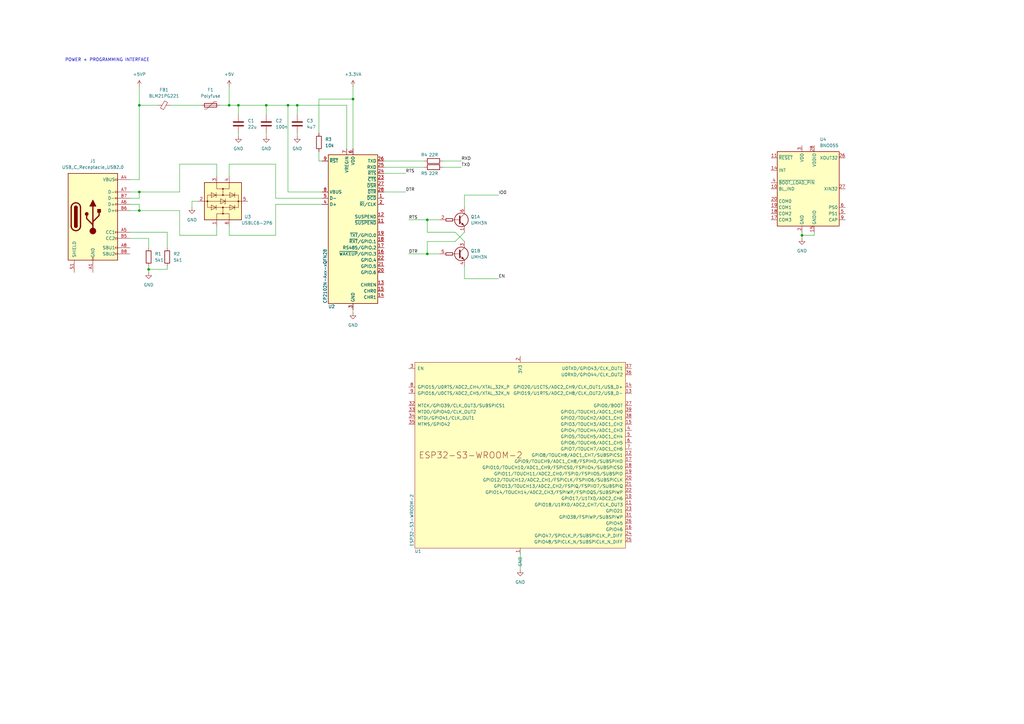
<source format=kicad_sch>
(kicad_sch (version 20230121) (generator eeschema)
  (paper "A3")
  (title_block (title "Balancing_Robot") (date "2024-02-02") (rev "1.0") (company "Technische Hochschule Mittelhessen"))
  (lib_symbols
    (symbol "Connector:USB_C_Receptacle_USB2.0" (pin_names (offset 1.016))
      (property "Reference" "J1" (at 0 22.86 0))
      (property "Value" "USB_C_Receptacle_USB2.0" (at 0 20.32 0))
      (symbol "USB_C_Receptacle_USB2.0_0_0"
        (rectangle (start -0.254 -17.78) (end 0.254 -16.764))
        (rectangle (start 10.16 -14.986) (end 9.144 -15.494))
        (rectangle (start 10.16 -12.446) (end 9.144 -12.954))
        (rectangle (start 10.16 -8.636) (end 9.144 -9.144))
        (rectangle (start 10.16 -6.096) (end 9.144 -6.604))
        (rectangle (start 10.16 2.794) (end 9.144 2.286))
        (rectangle (start 10.16 5.334) (end 9.144 4.826))
        (rectangle (start 10.16 7.874) (end 9.144 7.366))
        (rectangle (start 10.16 10.414) (end 9.144 9.906))
        (rectangle (start 10.16 15.494) (end 9.144 14.986))
      )
      (symbol "USB_C_Receptacle_USB2.0_0_1"
        (rectangle (start -10.16 17.78) (end 10.16 -17.78) (stroke (width 0.254)) (fill (type background)))
        (arc (start -8.89 -3.81) (mid -6.985 -5.7067) (end -5.08 -3.81) (stroke (width 0.508)))
        (arc (start -7.62 -3.81) (mid -6.985 -4.4423) (end -6.35 -3.81) (stroke (width 0.254)))
        (arc (start -7.62 -3.81) (mid -6.985 -4.4423) (end -6.35 -3.81) (stroke (width 0.254)) (fill (type outline)))
        (rectangle (start -7.62 -3.81) (end -6.35 3.81) (stroke (width 0.254)) (fill (type outline)))
        (arc (start -6.35 3.81) (mid -6.985 4.4423) (end -7.62 3.81) (stroke (width 0.254)))
        (arc (start -6.35 3.81) (mid -6.985 4.4423) (end -7.62 3.81) (stroke (width 0.254)) (fill (type outline)))
        (arc (start -5.08 3.81) (mid -6.985 5.7067) (end -8.89 3.81) (stroke (width 0.508)))
        (circle (center -2.54 1.143) (radius 0.635) (stroke (width 0.254)) (fill (type outline)))
        (circle (center 0 -5.842) (radius 1.27) (fill (type outline)))
        (polyline (pts (xy -8.89 -3.81) (xy -8.89 3.81)) (stroke (width 0.508)))
        (polyline (pts (xy -5.08 3.81) (xy -5.08 -3.81)) (stroke (width 0.508)))
        (polyline (pts (xy 0 -5.842) (xy 0 4.318)) (stroke (width 0.508)))
        (polyline (pts (xy 0 -3.302) (xy -2.54 -0.762) (xy -2.54 0.508)) (stroke (width 0.508)))
        (polyline (pts (xy 0 -2.032) (xy 2.54 0.508) (xy 2.54 1.778)) (stroke (width 0.508)))
        (polyline (pts (xy -1.27 4.318) (xy 0 6.858) (xy 1.27 4.318) (xy -1.27 4.318)) (stroke (width 0.254)) (fill (type outline)))
        (rectangle (start 1.905 1.778) (end 3.175 3.048) (stroke (width 0.254)) (fill (type outline)))
      )
      (symbol "USB_C_Receptacle_USB2.0_1_1"
        (pin passive line (at 0 -22.86 90) (length 5.08) (name "GND") (number "A1"))
        (pin passive line (at 0 -22.86 90) (length 5.08) hide (name "GND") (number "A12"))
        (pin passive line (at 15.24 15.24 180) (length 5.08) (name "VBUS") (number "A4"))
        (pin bidirectional line (at 15.24 -6.35 180) (length 5.08) (name "CC1") (number "A5"))
        (pin bidirectional line (at 15.24 5.08 180) (length 5.08) (name "D+") (number "A6"))
        (pin bidirectional line (at 15.24 10.16 180) (length 5.08) (name "D-") (number "A7"))
        (pin bidirectional line (at 15.24 -12.7 180) (length 5.08) (name "SBU1") (number "A8"))
        (pin passive line (at 15.24 15.24 180) (length 5.08) hide (name "VBUS") (number "A9"))
        (pin passive line (at 0 -22.86 90) (length 5.08) hide (name "GND") (number "B1"))
        (pin passive line (at 0 -22.86 90) (length 5.08) hide (name "GND") (number "B12"))
        (pin passive line (at 15.24 15.24 180) (length 5.08) hide (name "VBUS") (number "B4"))
        (pin bidirectional line (at 15.24 -8.89 180) (length 5.08) (name "CC2") (number "B5"))
        (pin bidirectional line (at 15.24 2.54 180) (length 5.08) (name "D+") (number "B6"))
        (pin bidirectional line (at 15.24 7.62 180) (length 5.08) (name "D-") (number "B7"))
        (pin bidirectional line (at 15.24 -15.24 180) (length 5.08) (name "SBU2") (number "B8"))
        (pin passive line (at 15.24 15.24 180) (length 5.08) hide (name "VBUS") (number "B9"))
        (pin passive line (at -7.62 -22.86 90) (length 5.08) (name "SHIELD") (number "S1"))
      )
    )
    (symbol "Device:C" (pin_numbers hide) (pin_names (offset 0.254))
      (property "Reference" "C" (at 0.635 2.54 0))
      (property "Value" "C" (at 0.635 -2.54 0))
      (symbol "C_0_1"
        (polyline (pts (xy -2.032 -0.762) (xy 2.032 -0.762)) (stroke (width 0.508)))
        (polyline (pts (xy -2.032 0.762) (xy 2.032 0.762)) (stroke (width 0.508)))
      )
      (symbol "C_1_1"
        (pin passive line (at 0 3.81 270) (length 2.794) (name "~") (number "1"))
        (pin passive line (at 0 -3.81 90) (length 2.794) (name "~") (number "2"))
      )
    )
    (symbol "Device:FerriteBead_Small" (pin_numbers hide) (pin_names (offset 0))
      (property "Reference" "FB" (at 1.905 1.27 0))
      (property "Value" "FerriteBead_Small" (at 1.905 -1.27 0))
      (symbol "FerriteBead_Small_0_1"
        (polyline (pts (xy 0 -1.27) (xy 0 -0.7874)))
        (polyline (pts (xy 0 0.889) (xy 0 1.2954)))
        (polyline (pts (xy -1.8288 0.2794) (xy -1.1176 1.4986) (xy 1.8288 -0.2032) (xy 1.1176 -1.4224) (xy -1.8288 0.2794)))
      )
      (symbol "FerriteBead_Small_1_1"
        (pin passive line (at 0 2.54 270) (length 1.27) (name "~") (number "1"))
        (pin passive line (at 0 -2.54 90) (length 1.27) (name "~") (number "2"))
      )
    )
    (symbol "Device:Polyfuse" (pin_numbers hide) (pin_names (offset 0))
      (property "Reference" "F" (at -2.54 0 90))
      (property "Value" "Polyfuse" (at 2.54 0 90))
      (symbol "Polyfuse_0_1"
        (rectangle (start -0.762 2.54) (end 0.762 -2.54) (stroke (width 0.254)))
        (polyline (pts (xy 0 2.54) (xy 0 -2.54)))
        (polyline (pts (xy -1.524 2.54) (xy -1.524 1.524) (xy 1.524 -1.524) (xy 1.524 -2.54)))
      )
      (symbol "Polyfuse_1_1"
        (pin passive line (at 0 3.81 270) (length 1.27) (name "~") (number "1"))
        (pin passive line (at 0 -3.81 90) (length 1.27) (name "~") (number "2"))
      )
    )
    (symbol "Device:R" (pin_numbers hide) (pin_names (offset 0))
      (property "Reference" "R" (at 2.032 0 90))
      (property "Value" "R" (at 0 0 90))
      (symbol "R_0_1"
        (rectangle (start -1.016 -2.54) (end 1.016 2.54) (stroke (width 0.254)))
      )
      (symbol "R_1_1"
        (pin passive line (at 0 3.81 270) (length 1.27) (name "~") (number "1"))
        (pin passive line (at 0 -3.81 90) (length 1.27) (name "~") (number "2"))
      )
    )
    (symbol "Interface_USB:CP2102N-Axx-xQFN28"
      (property "Reference" "U" (at -8.89 31.75 0))
      (property "Value" "CP2102N-Axx-xQFN28" (at 12.7 31.75 0))
      (symbol "CP2102N-Axx-xQFN28_0_1"
        (rectangle (start -10.16 30.48) (end 10.16 -30.48) (stroke (width 0.254)) (fill (type background)))
      )
      (symbol "CP2102N-Axx-xQFN28_1_1"
        (pin input line (at 12.7 12.7 180) (length 2.54) (name "~{DCD}") (number "1"))
        (pin no_connect line (at -10.16 -27.94 0) (length 2.54) hide (name "NC") (number "10"))
        (pin output line (at 12.7 2.54 180) (length 2.54) (name "~{SUSPEND}") (number "11"))
        (pin output line (at 12.7 5.08 180) (length 2.54) (name "SUSPEND") (number "12"))
        (pin output line (at 12.7 -22.86 180) (length 2.54) (name "CHREN") (number "13"))
        (pin output line (at 12.7 -27.94 180) (length 2.54) (name "CHR1") (number "14"))
        (pin output line (at 12.7 -25.4 180) (length 2.54) (name "CHR0") (number "15"))
        (pin bidirectional line (at 12.7 -10.16 180) (length 2.54) (name "~{WAKEUP}/GPIO.3") (number "16"))
        (pin bidirectional line (at 12.7 -7.62 180) (length 2.54) (name "RS485/GPIO.2") (number "17"))
        (pin bidirectional line (at 12.7 -5.08 180) (length 2.54) (name "~{RXT}/GPIO.1") (number "18"))
        (pin bidirectional line (at 12.7 -2.54 180) (length 2.54) (name "~{TXT}/GPIO.0") (number "19"))
        (pin bidirectional line (at 12.7 10.16 180) (length 2.54) (name "~{RI}/CLK") (number "2"))
        (pin bidirectional line (at 12.7 -17.78 180) (length 2.54) (name "GPIO.6") (number "20"))
        (pin bidirectional line (at 12.7 -15.24 180) (length 2.54) (name "GPIO.5") (number "21"))
        (pin bidirectional line (at 12.7 -12.7 180) (length 2.54) (name "GPIO.4") (number "22"))
        (pin input line (at 12.7 20.32 180) (length 2.54) (name "~{CTS}") (number "23"))
        (pin output line (at 12.7 22.86 180) (length 2.54) (name "~{RTS}") (number "24"))
        (pin input line (at 12.7 25.4 180) (length 2.54) (name "RXD") (number "25"))
        (pin output line (at 12.7 27.94 180) (length 2.54) (name "TXD") (number "26"))
        (pin input line (at 12.7 17.78 180) (length 2.54) (name "~{DSR}") (number "27"))
        (pin output line (at 12.7 15.24 180) (length 2.54) (name "~{DTR}") (number "28"))
        (pin passive line (at 0 -33.02 90) (length 2.54) hide (name "GND") (number "29"))
        (pin power_in line (at 0 -33.02 90) (length 2.54) (name "GND") (number "3"))
        (pin bidirectional line (at -12.7 10.16 0) (length 2.54) (name "D+") (number "4"))
        (pin bidirectional line (at -12.7 12.7 0) (length 2.54) (name "D-") (number "5"))
        (pin power_in line (at 0 33.02 270) (length 2.54) (name "VDD") (number "6"))
        (pin power_in line (at -2.54 33.02 270) (length 2.54) (name "VREGIN") (number "7"))
        (pin input line (at -12.7 15.24 0) (length 2.54) (name "VBUS") (number "8"))
        (pin input line (at -12.7 27.94 0) (length 2.54) (name "~{RST}") (number "9"))
      )
    )
    (symbol "PCM_Espressif:ESP32-S3-WROOM-2" (pin_names (offset 1.016))
      (property "Reference" "U" (at -43.18 43.18 0))
      (property "Value" "ESP32-S3-WROOM-2" (at -43.18 40.64 0))
      (symbol "ESP32-S3-WROOM-2_0_0"
        (text "ESP32-S3-WROOM-2" (at -20.32 0 0) (effects (font (size 2.54 2.54))))
        (pin power_in line (at 0 -38.1 270) (length 2.54) (name "GND") (number "1"))
        (pin bidirectional line (at 45.72 -17.78 180) (length 2.54) (name "GPIO17/U1TXD/ADC2_CH6") (number "10"))
        (pin bidirectional line (at 45.72 -20.32 180) (length 2.54) (name "GPIO18/U1RXD/ADC2_CH7/CLK_OUT3") (number "11"))
        (pin bidirectional line (at 45.72 0 180) (length 2.54) (name "GPIO8/TOUCH8/ADC1_CH7/SUBSPICS1") (number "12"))
        (pin bidirectional line (at 45.72 25.4 180) (length 2.54) (name "GPIO19/U1RTS/ADC2_CH8/CLK_OUT2/USB_D-") (number "13"))
        (pin bidirectional line (at 45.72 27.94 180) (length 2.54) (name "GPIO20/U1CTS/ADC2_CH9/CLK_OUT1/USB_D+") (number "14"))
        (pin bidirectional line (at 45.72 12.7 180) (length 2.54) (name "GPIO3/TOUCH3/ADC1_CH2") (number "15"))
        (pin bidirectional line (at 45.72 -30.48 180) (length 2.54) (name "GPIO46") (number "16"))
        (pin bidirectional line (at 45.72 -2.54 180) (length 2.54) (name "GPIO9/TOUCH9/ADC1_CH8/FSPIHD/SUBSPIHD") (number "17"))
        (pin bidirectional line (at 45.72 -5.08 180) (length 2.54) (name "GPIO10/TOUCH10/ADC1_CH9/FSPICS0/FSPIIO4/SUBSPICS0") (number "18"))
        (pin bidirectional line (at 45.72 -7.62 180) (length 2.54) (name "GPIO11/TOUCH11/ADC2_CH0/FSPID/FSPIIO5/SUBSPID") (number "19"))
        (pin power_in line (at 0 40.64 270) (length 2.54) (name "3V3") (number "2"))
        (pin bidirectional line (at 45.72 -10.16 180) (length 2.54) (name "GPIO12/TOUCH12/ADC2_CH1/FSPICLK/FSPIIO6/SUBSPICLK") (number "20"))
        (pin bidirectional line (at 45.72 -12.7 180) (length 2.54) (name "GPIO13/TOUCH13/ADC2_CH2/FSPIQ/FSPIIO7/SUBSPIQ") (number "21"))
        (pin bidirectional line (at 45.72 -15.24 180) (length 2.54) (name "GPIO14/TOUCH14/ADC2_CH3/FSPIWP/FSPIDQS/SUBSPIWP") (number "22"))
        (pin bidirectional line (at 45.72 -22.86 180) (length 2.54) (name "GPIO21") (number "23"))
        (pin bidirectional line (at 45.72 -33.02 180) (length 2.54) (name "GPIO47/SPICLK_P/SUBSPICLK_P_DIFF") (number "24"))
        (pin bidirectional line (at 45.72 -35.56 180) (length 2.54) (name "GPIO48/SPICLK_N/SUBSPICLK_N_DIFF") (number "25"))
        (pin bidirectional line (at 45.72 -27.94 180) (length 2.54) (name "GPIO45") (number "26"))
        (pin bidirectional line (at 45.72 20.32 180) (length 2.54) (name "GPIO0/BOOT") (number "27"))
        (pin no_connect line (at -43.18 -35.56 0) (length 2.54) hide (name "NC") (number "28"))
        (pin no_connect line (at -43.18 -33.02 0) (length 2.54) hide (name "NC") (number "29"))
        (pin input line (at -45.72 35.56 0) (length 2.54) (name "EN") (number "3"))
        (pin no_connect line (at -43.18 -30.48 0) (length 2.54) hide (name "NC") (number "30"))
        (pin bidirectional line (at 45.72 -25.4 180) (length 2.54) (name "GPIO38/FSPIWP/SUBSPIWP") (number "31"))
        (pin bidirectional line (at -45.72 20.32 0) (length 2.54) (name "MTCK/GPIO39/CLK_OUT3/SUBSPICS1") (number "32"))
        (pin bidirectional line (at -45.72 17.78 0) (length 2.54) (name "MTDO/GPIO40/CLK_OUT2") (number "33"))
        (pin bidirectional line (at -45.72 15.24 0) (length 2.54) (name "MTDI/GPIO41/CLK_OUT1") (number "34"))
        (pin bidirectional line (at -45.72 12.7 0) (length 2.54) (name "MTMS/GPIO42") (number "35"))
        (pin bidirectional line (at 45.72 33.02 180) (length 2.54) (name "U0RXD/GPIO44/CLK_OUT2") (number "36"))
        (pin bidirectional line (at 45.72 35.56 180) (length 2.54) (name "U0TXD/GPIO43/CLK_OUT1") (number "37"))
        (pin bidirectional line (at 45.72 15.24 180) (length 2.54) (name "GPIO2/TOUCH2/ADC1_CH1") (number "38"))
        (pin bidirectional line (at 45.72 17.78 180) (length 2.54) (name "GPIO1/TOUCH1/ADC1_CH0") (number "39"))
        (pin bidirectional line (at 45.72 10.16 180) (length 2.54) (name "GPIO4/TOUCH4/ADC1_CH3") (number "4"))
        (pin passive line (at 0 -38.1 270) (length 2.54) hide (name "GND") (number "40"))
        (pin passive line (at 0 -38.1 270) (length 2.54) hide (name "GND") (number "41"))
        (pin bidirectional line (at 45.72 7.62 180) (length 2.54) (name "GPIO5/TOUCH5/ADC1_CH4") (number "5"))
        (pin bidirectional line (at 45.72 5.08 180) (length 2.54) (name "GPIO6/TOUCH6/ADC1_CH5") (number "6"))
        (pin bidirectional line (at 45.72 2.54 180) (length 2.54) (name "GPIO7/TOUCH7/ADC1_CH6") (number "7"))
        (pin bidirectional line (at -45.72 27.94 0) (length 2.54) (name "GPIO15/U0RTS/ADC2_CH4/XTAL_32K_P") (number "8"))
        (pin bidirectional line (at -45.72 25.4 0) (length 2.54) (name "GPIO16/U0CTS/ADC2_CH5/XTAL_32K_N") (number "9"))
      )
      (symbol "ESP32-S3-WROOM-2_0_1"
        (rectangle (start -43.18 38.1) (end 43.18 -38.1) (fill (type background)))
      )
    )
    (symbol "Power_Protection:USBLC6-2P6" (pin_names hide)
      (property "Reference" "U" (at 2.54 8.89 0))
      (property "Value" "USBLC6-2P6" (at 2.54 -8.89 0))
      (symbol "USBLC6-2P6_0_1"
        (rectangle (start -7.62 -7.62) (end 7.62 7.62) (stroke (width 0.254)) (fill (type background)))
        (circle (center -5.08 0) (radius 0.254) (fill (type outline)))
        (circle (center -2.54 0) (radius 0.254) (fill (type outline)))
        (rectangle (start -2.54 6.35) (end 2.54 -6.35))
        (circle (center 0 -6.35) (radius 0.254) (fill (type outline)))
        (polyline (pts (xy -5.08 -2.54) (xy -7.62 -2.54)))
        (polyline (pts (xy -5.08 0) (xy -5.08 -2.54)))
        (polyline (pts (xy -5.08 2.54) (xy -7.62 2.54)))
        (polyline (pts (xy -1.524 -2.794) (xy -3.556 -2.794)))
        (polyline (pts (xy -1.524 4.826) (xy -3.556 4.826)))
        (polyline (pts (xy 0 -7.62) (xy 0 -6.35)))
        (polyline (pts (xy 0 -6.35) (xy 0 1.27)))
        (polyline (pts (xy 0 1.27) (xy 0 6.35)))
        (polyline (pts (xy 0 6.35) (xy 0 7.62)))
        (polyline (pts (xy 1.524 -2.794) (xy 3.556 -2.794)))
        (polyline (pts (xy 1.524 4.826) (xy 3.556 4.826)))
        (polyline (pts (xy 5.08 -2.54) (xy 7.62 -2.54)))
        (polyline (pts (xy 5.08 0) (xy 5.08 -2.54)))
        (polyline (pts (xy 5.08 2.54) (xy 7.62 2.54)))
        (polyline (pts (xy -2.54 0) (xy -5.08 0) (xy -5.08 2.54)))
        (polyline (pts (xy 2.54 0) (xy 5.08 0) (xy 5.08 2.54)))
        (polyline (pts (xy -3.556 -4.826) (xy -1.524 -4.826) (xy -2.54 -2.794) (xy -3.556 -4.826)))
        (polyline (pts (xy -3.556 2.794) (xy -1.524 2.794) (xy -2.54 4.826) (xy -3.556 2.794)))
        (polyline (pts (xy -1.016 -1.016) (xy 1.016 -1.016) (xy 0 1.016) (xy -1.016 -1.016)))
        (polyline (pts (xy 1.016 1.016) (xy 0.762 1.016) (xy -1.016 1.016) (xy -1.016 0.508)))
        (polyline (pts (xy 3.556 -4.826) (xy 1.524 -4.826) (xy 2.54 -2.794) (xy 3.556 -4.826)))
        (polyline (pts (xy 3.556 2.794) (xy 1.524 2.794) (xy 2.54 4.826) (xy 3.556 2.794)))
        (circle (center 0 6.35) (radius 0.254) (fill (type outline)))
        (circle (center 2.54 0) (radius 0.254) (fill (type outline)))
        (circle (center 5.08 0) (radius 0.254) (fill (type outline)))
      )
      (symbol "USBLC6-2P6_1_1"
        (pin passive line (at -10.16 -2.54 0) (length 2.54) (name "I/O1") (number "1"))
        (pin passive line (at 0 -10.16 90) (length 2.54) (name "GND") (number "2"))
        (pin passive line (at 10.16 -2.54 180) (length 2.54) (name "I/O2") (number "3"))
        (pin passive line (at 10.16 2.54 180) (length 2.54) (name "I/O2") (number "4"))
        (pin passive line (at 0 10.16 270) (length 2.54) (name "VBUS") (number "5"))
        (pin passive line (at -10.16 2.54 0) (length 2.54) (name "I/O1") (number "6"))
      )
    )
    (symbol "Sensor_Motion:BNO055"
      (property "Reference" "U" (at -11.43 16.51 0))
      (property "Value" "BNO055" (at 12.7 16.51 0))
      (symbol "BNO055_0_1"
        (rectangle (start -12.7 15.24) (end 12.7 -15.24) (stroke (width 0.254)) (fill (type background)))
      )
      (symbol "BNO055_1_1"
        (pin no_connect line (at -12.7 10.16 0) (length 2.54) hide (name "PIN1") (number "1"))
        (pin output line (at -15.24 0 0) (length 2.54) (name "BL_IND") (number "10"))
        (pin input line (at -15.24 12.7 0) (length 2.54) (name "~{RESET}") (number "11"))
        (pin no_connect line (at 12.7 10.16 180) (length 2.54) hide (name "PIN12") (number "12"))
        (pin no_connect line (at 12.7 7.62 180) (length 2.54) hide (name "PIN13") (number "13"))
        (pin output line (at -15.24 7.62 0) (length 2.54) (name "INT") (number "14"))
        (pin power_in line (at 2.54 -17.78 90) (length 2.54) (name "GNDIO") (number "15"))
        (pin passive line (at 2.54 -17.78 90) (length 2.54) hide (name "GNDIO") (number "16"))
        (pin input line (at -15.24 -12.7 0) (length 2.54) (name "COM3") (number "17"))
        (pin passive line (at -15.24 -10.16 0) (length 2.54) (name "COM2") (number "18"))
        (pin bidirectional line (at -15.24 -7.62 0) (length 2.54) (name "COM1") (number "19"))
        (pin power_in line (at -2.54 -17.78 90) (length 2.54) (name "GND") (number "2"))
        (pin bidirectional line (at -15.24 -5.08 0) (length 2.54) (name "COM0") (number "20"))
        (pin no_connect line (at 12.7 5.08 180) (length 2.54) hide (name "PIN21") (number "21"))
        (pin no_connect line (at 12.7 2.54 180) (length 2.54) hide (name "PIN22") (number "22"))
        (pin no_connect line (at 12.7 -2.54 180) (length 2.54) hide (name "PIN23") (number "23"))
        (pin no_connect line (at 12.7 -5.08 180) (length 2.54) hide (name "PIN24") (number "24"))
        (pin passive line (at 2.54 -17.78 90) (length 2.54) hide (name "GNDIO") (number "25"))
        (pin output line (at 15.24 12.7 180) (length 2.54) (name "XOUT32") (number "26"))
        (pin input line (at 15.24 0 180) (length 2.54) (name "XIN32") (number "27"))
        (pin power_in line (at 2.54 17.78 270) (length 2.54) (name "VDDIO") (number "28"))
        (pin power_in line (at -2.54 17.78 270) (length 2.54) (name "VDD") (number "3"))
        (pin input line (at -15.24 2.54 0) (length 2.54) (name "~{BOOT_LOAD_PIN}") (number "4"))
        (pin input line (at 15.24 -10.16 180) (length 2.54) (name "PS1") (number "5"))
        (pin input line (at 15.24 -7.62 180) (length 2.54) (name "PS0") (number "6"))
        (pin no_connect line (at -12.7 5.08 0) (length 2.54) hide (name "PIN7") (number "7"))
        (pin no_connect line (at -12.7 -2.54 0) (length 2.54) hide (name "PIN8") (number "8"))
        (pin passive line (at 15.24 -12.7 180) (length 2.54) (name "CAP") (number "9"))
      )
    )
    (symbol "Transistor_BJT:UMH3N" (pin_names hide)
      (property "Reference" "Q" (at 7.62 1.27 0))
      (property "Value" "UMH3N" (at 7.62 -1.27 0))
      (symbol "UMH3N_0_1"
        (polyline (pts (xy 3.175 0) (xy 0.254 0)))
        (polyline (pts (xy 3.175 0.635) (xy 5.08 2.54)))
        (polyline (pts (xy 3.175 1.524) (xy 3.175 -1.524)) (stroke (width 0.508)))
        (polyline (pts (xy 3.175 -0.635) (xy 5.08 -2.54) (xy 5.08 -2.54)))
        (polyline (pts (xy 3.81 -1.778) (xy 4.318 -1.27) (xy 4.826 -2.286) (xy 3.81 -1.778) (xy 3.81 -1.778)) (fill (type outline)))
        (rectangle (start 0.254 0.508) (end -2.54 -0.508) (stroke (width 0.254)))
        (circle (center 3.81 0) (radius 2.8194) (stroke (width 0.254)))
      )
      (symbol "UMH3N_1_1"
        (pin passive line (at 5.08 -5.08 90) (length 2.54) (name "E1") (number "1"))
        (pin input line (at -5.08 0 0) (length 2.54) (name "B1") (number "2"))
        (pin passive line (at 5.08 5.08 270) (length 2.54) (name "C1") (number "6"))
      )
      (symbol "UMH3N_2_1"
        (pin passive line (at 5.08 5.08 270) (length 2.54) (name "C2") (number "3"))
        (pin passive line (at 5.08 -5.08 90) (length 2.54) (name "E2") (number "4"))
        (pin input line (at -5.08 0 0) (length 2.54) (name "B2") (number "5"))
      )
    )
    (symbol "power:+3.3VA" (power) (pin_names (offset 0))
      (property "Value" "+3.3VA" (at 0 3.556 0))
      (symbol "+3.3VA_0_1"
        (polyline (pts (xy -0.762 1.27) (xy 0 2.54)))
        (polyline (pts (xy 0 0) (xy 0 2.54)))
        (polyline (pts (xy 0 2.54) (xy 0.762 1.27)))
      )
      (symbol "+3.3VA_1_1"
        (pin power_in line (at 0 0 90) (length 0) hide (name "+3.3VA") (number "1"))
      )
    )
    (symbol "power:+5V" (power) (pin_names (offset 0))
      (property "Value" "+5V" (at 0 3.556 0))
      (symbol "+5V_0_1"
        (polyline (pts (xy -0.762 1.27) (xy 0 2.54)))
        (polyline (pts (xy 0 0) (xy 0 2.54)))
        (polyline (pts (xy 0 2.54) (xy 0.762 1.27)))
      )
      (symbol "+5V_1_1"
        (pin power_in line (at 0 0 90) (length 0) hide (name "+5V") (number "1"))
      )
    )
    (symbol "power:+5VP" (power) (pin_names (offset 0))
      (property "Value" "+5VP" (at 0 3.556 0))
      (symbol "+5VP_0_1"
        (polyline (pts (xy -0.762 1.27) (xy 0 2.54)))
        (polyline (pts (xy 0 0) (xy 0 2.54)))
        (polyline (pts (xy 0 2.54) (xy 0.762 1.27)))
      )
      (symbol "+5VP_1_1"
        (pin power_in line (at 0 0 90) (length 0) hide (name "+5VP") (number "1"))
      )
    )
    (symbol "power:GND" (power) (pin_names (offset 0))
      (property "Value" "GND" (at 0 -3.81 0))
      (symbol "GND_0_1"
        (polyline (pts (xy 0 0) (xy 0 -1.27) (xy 1.27 -1.27) (xy 0 -2.54) (xy -1.27 -1.27) (xy 0 -1.27)))
      )
      (symbol "GND_1_1"
        (pin power_in line (at 0 0 270) (length 0) hide (name "GND") (number "1"))
      )
    )
  )
  (junction (at 175.26 104.14))
  (junction (at 118.11 43.18))
  (junction (at 60.96 110.49))
  (junction (at 175.26 90.17))
  (junction (at 97.79 43.18))
  (junction (at 93.98 43.18))
  (junction (at 121.92 43.18))
  (junction (at 57.15 78.74))
  (junction (at 57.15 86.36))
  (junction (at 144.78 40.64))
  (junction (at 328.93 96.52))
  (junction (at 57.15 43.18))
  (junction (at 109.22 43.18))
  (wire (pts (xy 57.15 73.66) (xy 53.34 73.66)))
  (wire (pts (xy 121.92 54.61) (xy 121.92 55.88)))
  (wire (pts (xy 93.98 72.39) (xy 93.98 67.31)))
  (wire (pts (xy 93.98 35.56) (xy 93.98 43.18)))
  (wire (pts (xy 132.08 78.74) (xy 118.11 78.74)))
  (wire (pts (xy 73.66 86.36) (xy 73.66 96.52)))
  (wire (pts (xy 53.34 86.36) (xy 57.15 86.36)))
  (wire (pts (xy 90.17 43.18) (xy 93.98 43.18)))
  (wire (pts (xy 93.98 43.18) (xy 97.79 43.18)))
  (wire (pts (xy 93.98 96.52) (xy 113.03 96.52)))
  (wire (pts (xy 144.78 40.64) (xy 130.81 40.64)))
  (wire (pts (xy 334.01 95.25) (xy 334.01 96.52)))
  (wire (pts (xy 97.79 43.18) (xy 109.22 43.18)))
  (wire (pts (xy 109.22 43.18) (xy 109.22 46.99)))
  (wire (pts (xy 113.03 81.28) (xy 132.08 81.28)))
  (wire (pts (xy 78.74 82.55) (xy 78.74 85.09)))
  (wire (pts (xy 157.48 71.12) (xy 166.37 71.12)))
  (wire (pts (xy 69.85 43.18) (xy 82.55 43.18)))
  (wire (pts (xy 334.01 96.52) (xy 328.93 96.52)))
  (wire (pts (xy 190.5 95.25) (xy 186.69 99.06)))
  (wire (pts (xy 93.98 92.71) (xy 93.98 96.52)))
  (wire (pts (xy 167.64 104.14) (xy 175.26 104.14)))
  (wire (pts (xy 175.26 99.06) (xy 186.69 99.06)))
  (wire (pts (xy 144.78 127) (xy 144.78 128.27)))
  (wire (pts (xy 175.26 99.06) (xy 175.26 104.14)))
  (wire (pts (xy 175.26 90.17) (xy 175.26 95.25)))
  (wire (pts (xy 73.66 96.52) (xy 88.9 96.52)))
  (wire (pts (xy 190.5 85.09) (xy 190.5 80.01)))
  (wire (pts (xy 53.34 83.82) (xy 57.15 83.82)))
  (wire (pts (xy 328.93 95.25) (xy 328.93 96.52)))
  (wire (pts (xy 68.58 95.25) (xy 68.58 101.6)))
  (wire (pts (xy 181.61 68.58) (xy 189.23 68.58)))
  (wire (pts (xy 60.96 97.79) (xy 60.96 101.6)))
  (wire (pts (xy 190.5 109.22) (xy 190.5 114.3)))
  (wire (pts (xy 118.11 43.18) (xy 121.92 43.18)))
  (wire (pts (xy 68.58 109.22) (xy 68.58 110.49)))
  (wire (pts (xy 190.5 80.01) (xy 204.47 80.01)))
  (wire (pts (xy 130.81 66.04) (xy 130.81 62.23)))
  (wire (pts (xy 167.64 90.17) (xy 175.26 90.17)))
  (wire (pts (xy 142.24 43.18) (xy 142.24 60.96)))
  (wire (pts (xy 88.9 96.52) (xy 88.9 92.71)))
  (wire (pts (xy 57.15 43.18) (xy 57.15 73.66)))
  (wire (pts (xy 190.5 114.3) (xy 204.47 114.3)))
  (wire (pts (xy 113.03 96.52) (xy 113.03 83.82)))
  (wire (pts (xy 57.15 35.56) (xy 57.15 43.18)))
  (wire (pts (xy 57.15 86.36) (xy 73.66 86.36)))
  (wire (pts (xy 53.34 78.74) (xy 57.15 78.74)))
  (wire (pts (xy 97.79 54.61) (xy 97.79 55.88)))
  (wire (pts (xy 130.81 40.64) (xy 130.81 54.61)))
  (wire (pts (xy 175.26 95.25) (xy 186.69 95.25)))
  (wire (pts (xy 121.92 43.18) (xy 142.24 43.18)))
  (wire (pts (xy 73.66 67.31) (xy 88.9 67.31)))
  (wire (pts (xy 53.34 95.25) (xy 68.58 95.25)))
  (wire (pts (xy 144.78 60.96) (xy 144.78 40.64)))
  (wire (pts (xy 157.48 78.74) (xy 166.37 78.74)))
  (wire (pts (xy 113.03 67.31) (xy 113.03 81.28)))
  (wire (pts (xy 57.15 43.18) (xy 64.77 43.18)))
  (wire (pts (xy 113.03 83.82) (xy 132.08 83.82)))
  (wire (pts (xy 60.96 110.49) (xy 68.58 110.49)))
  (wire (pts (xy 57.15 78.74) (xy 73.66 78.74)))
  (wire (pts (xy 186.69 95.25) (xy 190.5 99.06)))
  (wire (pts (xy 175.26 104.14) (xy 180.34 104.14)))
  (wire (pts (xy 144.78 35.56) (xy 144.78 40.64)))
  (wire (pts (xy 175.26 90.17) (xy 180.34 90.17)))
  (wire (pts (xy 157.48 66.04) (xy 173.99 66.04)))
  (wire (pts (xy 93.98 67.31) (xy 113.03 67.31)))
  (wire (pts (xy 97.79 43.18) (xy 97.79 46.99)))
  (wire (pts (xy 118.11 78.74) (xy 118.11 43.18)))
  (wire (pts (xy 213.36 224.79) (xy 213.36 233.68)))
  (wire (pts (xy 132.08 66.04) (xy 130.81 66.04)))
  (wire (pts (xy 109.22 43.18) (xy 118.11 43.18)))
  (wire (pts (xy 328.93 96.52) (xy 328.93 97.79)))
  (wire (pts (xy 53.34 81.28) (xy 57.15 81.28)))
  (wire (pts (xy 73.66 78.74) (xy 73.66 67.31)))
  (wire (pts (xy 60.96 110.49) (xy 60.96 111.76)))
  (wire (pts (xy 57.15 81.28) (xy 57.15 78.74)))
  (wire (pts (xy 88.9 67.31) (xy 88.9 72.39)))
  (wire (pts (xy 157.48 68.58) (xy 173.99 68.58)))
  (wire (pts (xy 60.96 109.22) (xy 60.96 110.49)))
  (wire (pts (xy 81.28 82.55) (xy 78.74 82.55)))
  (wire (pts (xy 109.22 54.61) (xy 109.22 55.88)))
  (wire (pts (xy 57.15 83.82) (xy 57.15 86.36)))
  (wire (pts (xy 121.92 43.18) (xy 121.92 46.99)))
  (wire (pts (xy 53.34 97.79) (xy 60.96 97.79)))
  (wire (pts (xy 181.61 66.04) (xy 189.23 66.04)))
  (text "POWER + PROGRAMMING INTERFACE" (at 26.67 25.4 0) (effects (font (size 1.27 1.27)) (justify left bottom)))
  (label "RTS" (at 166.37 71.12 0))
  (label "TXD" (at 189.23 68.58 0))
  (label "RXD" (at 189.23 66.04 0))
  (label "IO0" (at 204.47 80.01 0))
  (label "DTR" (at 167.64 104.14 0))
  (label "DTR" (at 166.37 78.74 0))
  (label "RTS" (at 167.64 90.17 0))
  (label "EN" (at 204.47 114.3 0))
  (symbol (lib_id "Device:FerriteBead_Small") (at 67.31 43.18 90) (unit 1)
    (property "Reference" "FB1" (at 67.2719 36.83 90))
    (property "Value" "BLM21PG221" (at 67.2719 39.37 90))
  )
  (symbol (lib_id "power:GND") (at 121.92 55.88 0) (unit 1)
    (property "Reference" "#PWR06" (effects hide))
    (property "Value" "GND" (at 121.92 60.96 0))
  )
  (symbol (lib_id "power:GND") (at 60.96 111.76 0) (unit 1)
    (property "Reference" "#PWR01" (effects hide))
    (property "Value" "GND" (at 60.96 116.84 0))
  )
  (symbol (lib_id "Transistor_BJT:UMH3N") (at 185.42 90.17 0) (unit 1)
    (property "Reference" "Q1" (at 193.04 88.9 0) (effects (justify left)))
    (property "Value" "UMH3N" (at 193.04 91.44 0) (effects (justify left)))
    (property "Footprint" "Package_TO_SOT_SMD:SOT-363_SC-70-6" (effects hide))
    (property "Datasheet" "http://rohmfs.rohm.com/en/products/databook/datasheet/discrete/transistor/digital/emh3t2r-e.pdf" (effects hide))
  )
  (symbol (lib_id "power:GND") (at 97.79 55.88 0) (unit 1)
    (property "Reference" "#PWR04" (effects hide))
    (property "Value" "GND" (at 97.79 60.96 0))
  )
  (symbol (lib_id "Connector:USB_C_Receptacle_USB2.0") (at 38.1 88.9 0) (unit 1)
    (property "Reference" "J1" (at 38.1 66.04 0))
    (property "Value" "USB_C_Receptacle_USB2.0" (at 38.1 68.58 0))
    (property "Footprint" "Connector_USB:USB_C_Receptacle_HRO_TYPE-C-31-M-12" (effects hide))
    (property "Datasheet" "https://www.usb.org/sites/default/files/documents/usb_type-c.zip" (effects hide))
  )
  (symbol (lib_id "power:+5VP") (at 57.15 35.56 0) (unit 1)
    (property "Reference" "#PWR03" (effects hide))
    (property "Value" "+5VP" (at 57.15 30.48 0))
  )
  (symbol (lib_id "Transistor_BJT:UMH3N") (at 185.42 104.14 0) (unit 2)
    (property "Reference" "Q1" (at 193.04 102.87 0) (effects (justify left)))
    (property "Value" "UMH3N" (at 193.04 105.41 0) (effects (justify left)))
    (property "Footprint" "Package_TO_SOT_SMD:SOT-363_SC-70-6" (effects hide))
    (property "Datasheet" "http://rohmfs.rohm.com/en/products/databook/datasheet/discrete/transistor/digital/emh3t2r-e.pdf" (effects hide))
  )
  (symbol (lib_id "power:GND") (at 213.36 233.68 0) (unit 1)
    (property "Reference" "#PWR011" (effects hide))
    (property "Value" "GND" (at 213.36 238.76 0))
  )
  (symbol (lib_id "Device:R") (at 68.58 105.41 0) (unit 1)
    (property "Reference" "R2" (at 71.12 104.14 0) (effects (justify left)))
    (property "Value" "5k1" (at 71.12 106.68 0) (effects (justify left)))
    (property "Footprint" "Resistor_THT:R_Axial_DIN0207_L6.3mm_D2.5mm_P10.16mm_Horizontal" (effects hide))
  )
  (symbol (lib_id "Sensor_Motion:BNO055") (at 331.47 77.47 0) (unit 1)
    (property "Reference" "U4" (at 336.2041 57.15 0) (effects (justify left)))
    (property "Value" "BNO055" (at 336.2041 59.69 0) (effects (justify left)))
    (property "Footprint" "Package_LGA:LGA-28_5.2x3.8mm_P0.5mm" (effects hide))
    (property "Datasheet" "https://www.bosch-sensortec.com/media/boschsensortec/downloads/datasheets/bst-bno055-ds000.pdf" (effects hide))
  )
  (symbol (lib_id "power:GND") (at 144.78 128.27 0) (unit 1)
    (property "Reference" "#PWR08" (effects hide))
    (property "Value" "GND" (at 144.78 133.35 0))
  )
  (symbol (lib_id "PCM_Espressif:ESP32-S3-WROOM-2") (at 213.36 186.69 0) (unit 1)
    (property "Reference" "U1" (at 171.45 226.06 0))
    (property "Value" "ESP32-S3-WROOM-2" (at 168.91 213.36 90))
    (property "Footprint" "ESP32-S3-WROOM-2" (effects hide))
    (property "Datasheet" "https://www.espressif.com/sites/default/files/documentation/esp32-s3-wroom-2_datasheet_en.pdf" (effects hide))
  )
  (symbol (lib_id "power:GND") (at 109.22 55.88 0) (unit 1)
    (property "Reference" "#PWR05" (effects hide))
    (property "Value" "GND" (at 109.22 60.96 0))
  )
  (symbol (lib_id "Power_Protection:USBLC6-2P6") (at 91.44 82.55 270) (mirror x) (unit 1)
    (property "Reference" "U3" (at 101.6 88.9 90))
    (property "Value" "USBLC6-2P6" (at 105.41 91.44 90))
    (property "Footprint" "Package_TO_SOT_SMD:SOT-666" (effects hide))
    (property "Datasheet" "https://www.st.com/resource/en/datasheet/usblc6-2.pdf" (effects hide))
  )
  (symbol (lib_id "Device:C") (at 109.22 50.8 0) (unit 1)
    (property "Reference" "C2" (at 113.03 49.53 0) (effects (justify left)))
    (property "Value" "100n" (at 113.03 52.07 0) (effects (justify left)))
    (property "Footprint" "Capacitor_THT:C_Disc_D5.0mm_W2.5mm_P5.00mm" (effects hide))
  )
  (symbol (lib_id "power:GND") (at 78.74 85.09 0) (unit 1)
    (property "Reference" "#PWR02" (effects hide))
    (property "Value" "GND" (at 78.74 90.17 0))
  )
  (symbol (lib_id "Interface_USB:CP2102N-Axx-xQFN28") (at 144.78 93.98 0) (unit 1)
    (property "Reference" "U2" (at 134.62 125.73 0) (effects (justify left)))
    (property "Value" "CP2102N-Axx-xQFN28" (at 133.35 124.46 90) (effects (justify left)))
    (property "Footprint" "Package_DFN_QFN:QFN-28-1EP_5x5mm_P0.5mm_EP3.35x3.35mm" (effects hide))
    (property "Datasheet" "https://www.silabs.com/documents/public/data-sheets/cp2102n-datasheet.pdf" (effects hide))
  )
  (symbol (lib_id "Device:C") (at 97.79 50.8 0) (unit 1)
    (property "Reference" "C1" (at 101.6 49.53 0) (effects (justify left)))
    (property "Value" "22u" (at 101.6 52.07 0) (effects (justify left)))
    (property "Footprint" "Capacitor_THT:C_Disc_D5.0mm_W2.5mm_P5.00mm" (effects hide))
  )
  (symbol (lib_id "Device:Polyfuse") (at 86.36 43.18 90) (unit 1)
    (property "Reference" "F1" (at 86.36 36.83 90))
    (property "Value" "Polyfuse" (at 86.36 39.37 90))
  )
  (symbol (lib_id "power:+3.3VA") (at 144.78 35.56 0) (unit 1)
    (property "Reference" "#PWR09" (effects hide))
    (property "Value" "+3.3VA" (at 144.78 30.48 0))
  )
  (symbol (lib_id "power:GND") (at 328.93 97.79 0) (unit 1)
    (property "Reference" "#PWR010" (effects hide))
    (property "Value" "GND" (at 328.93 102.87 0))
  )
  (symbol (lib_id "power:+5V") (at 93.98 35.56 0) (unit 1)
    (property "Reference" "#PWR07" (effects hide))
    (property "Value" "+5V" (at 93.98 30.48 0))
  )
  (symbol (lib_id "Device:C") (at 121.92 50.8 0) (unit 1)
    (property "Reference" "C3" (at 125.73 49.53 0) (effects (justify left)))
    (property "Value" "4u7" (at 125.73 52.07 0) (effects (justify left)))
    (property "Footprint" "Capacitor_THT:C_Disc_D5.0mm_W2.5mm_P5.00mm" (effects hide))
  )
  (symbol (lib_id "Device:R") (at 177.8 68.58 90) (unit 1)
    (property "Reference" "R5" (at 173.99 71.12 90))
    (property "Value" "22R" (at 177.8 71.12 90))
    (property "Footprint" "Resistor_THT:R_Axial_DIN0207_L6.3mm_D2.5mm_P10.16mm_Horizontal" (effects hide))
  )
  (symbol (lib_id "Device:R") (at 130.81 58.42 0) (unit 1)
    (property "Reference" "R3" (at 133.35 57.15 0) (effects (justify left)))
    (property "Value" "10k" (at 133.35 59.69 0) (effects (justify left)))
    (property "Footprint" "Resistor_THT:R_Axial_DIN0207_L6.3mm_D2.5mm_P10.16mm_Horizontal" (effects hide))
  )
  (symbol (lib_id "Device:R") (at 177.8 66.04 90) (unit 1)
    (property "Reference" "R4" (at 173.99 63.5 90))
    (property "Value" "22R" (at 177.8 63.5 90))
    (property "Footprint" "Resistor_THT:R_Axial_DIN0207_L6.3mm_D2.5mm_P10.16mm_Horizontal" (effects hide))
  )
  (symbol (lib_id "Device:R") (at 60.96 105.41 0) (unit 1)
    (property "Reference" "R1" (at 63.5 104.14 0) (effects (justify left)))
    (property "Value" "5k1" (at 63.5 106.68 0) (effects (justify left)))
    (property "Footprint" "Resistor_THT:R_Axial_DIN0207_L6.3mm_D2.5mm_P10.16mm_Horizontal" (effects hide))
  )
)
</source>
